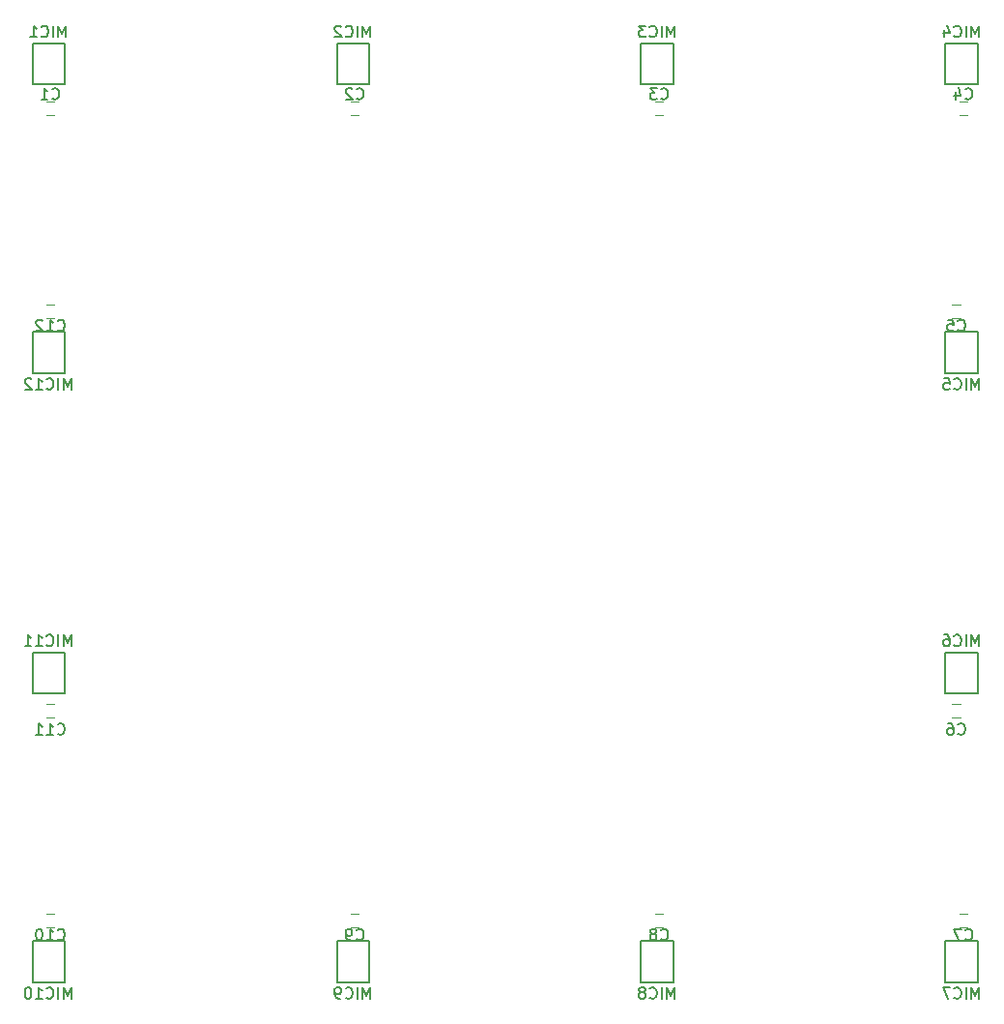
<source format=gbo>
G04 #@! TF.FileFunction,Legend,Bot*
%FSLAX46Y46*%
G04 Gerber Fmt 4.6, Leading zero omitted, Abs format (unit mm)*
G04 Created by KiCad (PCBNEW 4.0.7) date 12/17/17 16:59:44*
%MOMM*%
%LPD*%
G01*
G04 APERTURE LIST*
%ADD10C,0.100000*%
%ADD11C,0.150000*%
%ADD12C,0.120000*%
G04 APERTURE END LIST*
D10*
D11*
X11400000Y-34170000D02*
X8600000Y-34170000D01*
X8600000Y-34170000D02*
X8600000Y-37770000D01*
X8600000Y-37770000D02*
X11400000Y-37770000D01*
X11400000Y-37770000D02*
X11400000Y-34170000D01*
X8600000Y-65830000D02*
X11400000Y-65830000D01*
X11400000Y-65830000D02*
X11400000Y-62230000D01*
X11400000Y-62230000D02*
X8600000Y-62230000D01*
X8600000Y-62230000D02*
X8600000Y-65830000D01*
X11400000Y-87500000D02*
X8600000Y-87500000D01*
X8600000Y-87500000D02*
X8600000Y-91100000D01*
X8600000Y-91100000D02*
X11400000Y-91100000D01*
X11400000Y-91100000D02*
X11400000Y-87500000D01*
X38070000Y-87500000D02*
X35270000Y-87500000D01*
X35270000Y-87500000D02*
X35270000Y-91100000D01*
X35270000Y-91100000D02*
X38070000Y-91100000D01*
X38070000Y-91100000D02*
X38070000Y-87500000D01*
X64730000Y-87500000D02*
X61930000Y-87500000D01*
X61930000Y-87500000D02*
X61930000Y-91100000D01*
X61930000Y-91100000D02*
X64730000Y-91100000D01*
X64730000Y-91100000D02*
X64730000Y-87500000D01*
X91400000Y-87500000D02*
X88600000Y-87500000D01*
X88600000Y-87500000D02*
X88600000Y-91100000D01*
X88600000Y-91100000D02*
X91400000Y-91100000D01*
X91400000Y-91100000D02*
X91400000Y-87500000D01*
X88600000Y-65830000D02*
X91400000Y-65830000D01*
X91400000Y-65830000D02*
X91400000Y-62230000D01*
X91400000Y-62230000D02*
X88600000Y-62230000D01*
X88600000Y-62230000D02*
X88600000Y-65830000D01*
X91400000Y-34170000D02*
X88600000Y-34170000D01*
X88600000Y-34170000D02*
X88600000Y-37770000D01*
X88600000Y-37770000D02*
X91400000Y-37770000D01*
X91400000Y-37770000D02*
X91400000Y-34170000D01*
X88600000Y-12500000D02*
X91400000Y-12500000D01*
X91400000Y-12500000D02*
X91400000Y-8900000D01*
X91400000Y-8900000D02*
X88600000Y-8900000D01*
X88600000Y-8900000D02*
X88600000Y-12500000D01*
X61930000Y-12500000D02*
X64730000Y-12500000D01*
X64730000Y-12500000D02*
X64730000Y-8900000D01*
X64730000Y-8900000D02*
X61930000Y-8900000D01*
X61930000Y-8900000D02*
X61930000Y-12500000D01*
X35270000Y-12500000D02*
X38070000Y-12500000D01*
X38070000Y-12500000D02*
X38070000Y-8900000D01*
X38070000Y-8900000D02*
X35270000Y-8900000D01*
X35270000Y-8900000D02*
X35270000Y-12500000D01*
X8600000Y-12500000D02*
X11400000Y-12500000D01*
X11400000Y-12500000D02*
X11400000Y-8900000D01*
X11400000Y-8900000D02*
X8600000Y-8900000D01*
X8600000Y-8900000D02*
X8600000Y-12500000D01*
D12*
X9810000Y-32985000D02*
X10510000Y-32985000D01*
X10510000Y-31785000D02*
X9810000Y-31785000D01*
X10510000Y-66710000D02*
X9810000Y-66710000D01*
X9810000Y-67910000D02*
X10510000Y-67910000D01*
X9810000Y-86325000D02*
X10510000Y-86325000D01*
X10510000Y-85125000D02*
X9810000Y-85125000D01*
X36480000Y-86325000D02*
X37180000Y-86325000D01*
X37180000Y-85125000D02*
X36480000Y-85125000D01*
X63150000Y-86325000D02*
X63850000Y-86325000D01*
X63850000Y-85125000D02*
X63150000Y-85125000D01*
X89820000Y-86325000D02*
X90520000Y-86325000D01*
X90520000Y-85125000D02*
X89820000Y-85125000D01*
X89885000Y-66710000D02*
X89185000Y-66710000D01*
X89185000Y-67910000D02*
X89885000Y-67910000D01*
X89185000Y-32985000D02*
X89885000Y-32985000D01*
X89885000Y-31785000D02*
X89185000Y-31785000D01*
X90520000Y-14005000D02*
X89820000Y-14005000D01*
X89820000Y-15205000D02*
X90520000Y-15205000D01*
X63850000Y-14005000D02*
X63150000Y-14005000D01*
X63150000Y-15205000D02*
X63850000Y-15205000D01*
X37180000Y-14005000D02*
X36480000Y-14005000D01*
X36480000Y-15205000D02*
X37180000Y-15205000D01*
X10510000Y-14005000D02*
X9810000Y-14005000D01*
X9810000Y-15205000D02*
X10510000Y-15205000D01*
D11*
X12023809Y-39222381D02*
X12023809Y-38222381D01*
X11690475Y-38936667D01*
X11357142Y-38222381D01*
X11357142Y-39222381D01*
X10880952Y-39222381D02*
X10880952Y-38222381D01*
X9833333Y-39127143D02*
X9880952Y-39174762D01*
X10023809Y-39222381D01*
X10119047Y-39222381D01*
X10261905Y-39174762D01*
X10357143Y-39079524D01*
X10404762Y-38984286D01*
X10452381Y-38793810D01*
X10452381Y-38650952D01*
X10404762Y-38460476D01*
X10357143Y-38365238D01*
X10261905Y-38270000D01*
X10119047Y-38222381D01*
X10023809Y-38222381D01*
X9880952Y-38270000D01*
X9833333Y-38317619D01*
X8880952Y-39222381D02*
X9452381Y-39222381D01*
X9166667Y-39222381D02*
X9166667Y-38222381D01*
X9261905Y-38365238D01*
X9357143Y-38460476D01*
X9452381Y-38508095D01*
X8500000Y-38317619D02*
X8452381Y-38270000D01*
X8357143Y-38222381D01*
X8119047Y-38222381D01*
X8023809Y-38270000D01*
X7976190Y-38317619D01*
X7928571Y-38412857D01*
X7928571Y-38508095D01*
X7976190Y-38650952D01*
X8547619Y-39222381D01*
X7928571Y-39222381D01*
X12023809Y-61682381D02*
X12023809Y-60682381D01*
X11690475Y-61396667D01*
X11357142Y-60682381D01*
X11357142Y-61682381D01*
X10880952Y-61682381D02*
X10880952Y-60682381D01*
X9833333Y-61587143D02*
X9880952Y-61634762D01*
X10023809Y-61682381D01*
X10119047Y-61682381D01*
X10261905Y-61634762D01*
X10357143Y-61539524D01*
X10404762Y-61444286D01*
X10452381Y-61253810D01*
X10452381Y-61110952D01*
X10404762Y-60920476D01*
X10357143Y-60825238D01*
X10261905Y-60730000D01*
X10119047Y-60682381D01*
X10023809Y-60682381D01*
X9880952Y-60730000D01*
X9833333Y-60777619D01*
X8880952Y-61682381D02*
X9452381Y-61682381D01*
X9166667Y-61682381D02*
X9166667Y-60682381D01*
X9261905Y-60825238D01*
X9357143Y-60920476D01*
X9452381Y-60968095D01*
X7928571Y-61682381D02*
X8500000Y-61682381D01*
X8214286Y-61682381D02*
X8214286Y-60682381D01*
X8309524Y-60825238D01*
X8404762Y-60920476D01*
X8500000Y-60968095D01*
X12023809Y-92552381D02*
X12023809Y-91552381D01*
X11690475Y-92266667D01*
X11357142Y-91552381D01*
X11357142Y-92552381D01*
X10880952Y-92552381D02*
X10880952Y-91552381D01*
X9833333Y-92457143D02*
X9880952Y-92504762D01*
X10023809Y-92552381D01*
X10119047Y-92552381D01*
X10261905Y-92504762D01*
X10357143Y-92409524D01*
X10404762Y-92314286D01*
X10452381Y-92123810D01*
X10452381Y-91980952D01*
X10404762Y-91790476D01*
X10357143Y-91695238D01*
X10261905Y-91600000D01*
X10119047Y-91552381D01*
X10023809Y-91552381D01*
X9880952Y-91600000D01*
X9833333Y-91647619D01*
X8880952Y-92552381D02*
X9452381Y-92552381D01*
X9166667Y-92552381D02*
X9166667Y-91552381D01*
X9261905Y-91695238D01*
X9357143Y-91790476D01*
X9452381Y-91838095D01*
X8261905Y-91552381D02*
X8166666Y-91552381D01*
X8071428Y-91600000D01*
X8023809Y-91647619D01*
X7976190Y-91742857D01*
X7928571Y-91933333D01*
X7928571Y-92171429D01*
X7976190Y-92361905D01*
X8023809Y-92457143D01*
X8071428Y-92504762D01*
X8166666Y-92552381D01*
X8261905Y-92552381D01*
X8357143Y-92504762D01*
X8404762Y-92457143D01*
X8452381Y-92361905D01*
X8500000Y-92171429D01*
X8500000Y-91933333D01*
X8452381Y-91742857D01*
X8404762Y-91647619D01*
X8357143Y-91600000D01*
X8261905Y-91552381D01*
X38217619Y-92552381D02*
X38217619Y-91552381D01*
X37884285Y-92266667D01*
X37550952Y-91552381D01*
X37550952Y-92552381D01*
X37074762Y-92552381D02*
X37074762Y-91552381D01*
X36027143Y-92457143D02*
X36074762Y-92504762D01*
X36217619Y-92552381D01*
X36312857Y-92552381D01*
X36455715Y-92504762D01*
X36550953Y-92409524D01*
X36598572Y-92314286D01*
X36646191Y-92123810D01*
X36646191Y-91980952D01*
X36598572Y-91790476D01*
X36550953Y-91695238D01*
X36455715Y-91600000D01*
X36312857Y-91552381D01*
X36217619Y-91552381D01*
X36074762Y-91600000D01*
X36027143Y-91647619D01*
X35550953Y-92552381D02*
X35360477Y-92552381D01*
X35265238Y-92504762D01*
X35217619Y-92457143D01*
X35122381Y-92314286D01*
X35074762Y-92123810D01*
X35074762Y-91742857D01*
X35122381Y-91647619D01*
X35170000Y-91600000D01*
X35265238Y-91552381D01*
X35455715Y-91552381D01*
X35550953Y-91600000D01*
X35598572Y-91647619D01*
X35646191Y-91742857D01*
X35646191Y-91980952D01*
X35598572Y-92076190D01*
X35550953Y-92123810D01*
X35455715Y-92171429D01*
X35265238Y-92171429D01*
X35170000Y-92123810D01*
X35122381Y-92076190D01*
X35074762Y-91980952D01*
X64877619Y-92552381D02*
X64877619Y-91552381D01*
X64544285Y-92266667D01*
X64210952Y-91552381D01*
X64210952Y-92552381D01*
X63734762Y-92552381D02*
X63734762Y-91552381D01*
X62687143Y-92457143D02*
X62734762Y-92504762D01*
X62877619Y-92552381D01*
X62972857Y-92552381D01*
X63115715Y-92504762D01*
X63210953Y-92409524D01*
X63258572Y-92314286D01*
X63306191Y-92123810D01*
X63306191Y-91980952D01*
X63258572Y-91790476D01*
X63210953Y-91695238D01*
X63115715Y-91600000D01*
X62972857Y-91552381D01*
X62877619Y-91552381D01*
X62734762Y-91600000D01*
X62687143Y-91647619D01*
X62115715Y-91980952D02*
X62210953Y-91933333D01*
X62258572Y-91885714D01*
X62306191Y-91790476D01*
X62306191Y-91742857D01*
X62258572Y-91647619D01*
X62210953Y-91600000D01*
X62115715Y-91552381D01*
X61925238Y-91552381D01*
X61830000Y-91600000D01*
X61782381Y-91647619D01*
X61734762Y-91742857D01*
X61734762Y-91790476D01*
X61782381Y-91885714D01*
X61830000Y-91933333D01*
X61925238Y-91980952D01*
X62115715Y-91980952D01*
X62210953Y-92028571D01*
X62258572Y-92076190D01*
X62306191Y-92171429D01*
X62306191Y-92361905D01*
X62258572Y-92457143D01*
X62210953Y-92504762D01*
X62115715Y-92552381D01*
X61925238Y-92552381D01*
X61830000Y-92504762D01*
X61782381Y-92457143D01*
X61734762Y-92361905D01*
X61734762Y-92171429D01*
X61782381Y-92076190D01*
X61830000Y-92028571D01*
X61925238Y-91980952D01*
X91547619Y-92552381D02*
X91547619Y-91552381D01*
X91214285Y-92266667D01*
X90880952Y-91552381D01*
X90880952Y-92552381D01*
X90404762Y-92552381D02*
X90404762Y-91552381D01*
X89357143Y-92457143D02*
X89404762Y-92504762D01*
X89547619Y-92552381D01*
X89642857Y-92552381D01*
X89785715Y-92504762D01*
X89880953Y-92409524D01*
X89928572Y-92314286D01*
X89976191Y-92123810D01*
X89976191Y-91980952D01*
X89928572Y-91790476D01*
X89880953Y-91695238D01*
X89785715Y-91600000D01*
X89642857Y-91552381D01*
X89547619Y-91552381D01*
X89404762Y-91600000D01*
X89357143Y-91647619D01*
X89023810Y-91552381D02*
X88357143Y-91552381D01*
X88785715Y-92552381D01*
X91547619Y-61682381D02*
X91547619Y-60682381D01*
X91214285Y-61396667D01*
X90880952Y-60682381D01*
X90880952Y-61682381D01*
X90404762Y-61682381D02*
X90404762Y-60682381D01*
X89357143Y-61587143D02*
X89404762Y-61634762D01*
X89547619Y-61682381D01*
X89642857Y-61682381D01*
X89785715Y-61634762D01*
X89880953Y-61539524D01*
X89928572Y-61444286D01*
X89976191Y-61253810D01*
X89976191Y-61110952D01*
X89928572Y-60920476D01*
X89880953Y-60825238D01*
X89785715Y-60730000D01*
X89642857Y-60682381D01*
X89547619Y-60682381D01*
X89404762Y-60730000D01*
X89357143Y-60777619D01*
X88500000Y-60682381D02*
X88690477Y-60682381D01*
X88785715Y-60730000D01*
X88833334Y-60777619D01*
X88928572Y-60920476D01*
X88976191Y-61110952D01*
X88976191Y-61491905D01*
X88928572Y-61587143D01*
X88880953Y-61634762D01*
X88785715Y-61682381D01*
X88595238Y-61682381D01*
X88500000Y-61634762D01*
X88452381Y-61587143D01*
X88404762Y-61491905D01*
X88404762Y-61253810D01*
X88452381Y-61158571D01*
X88500000Y-61110952D01*
X88595238Y-61063333D01*
X88785715Y-61063333D01*
X88880953Y-61110952D01*
X88928572Y-61158571D01*
X88976191Y-61253810D01*
X91547619Y-39222381D02*
X91547619Y-38222381D01*
X91214285Y-38936667D01*
X90880952Y-38222381D01*
X90880952Y-39222381D01*
X90404762Y-39222381D02*
X90404762Y-38222381D01*
X89357143Y-39127143D02*
X89404762Y-39174762D01*
X89547619Y-39222381D01*
X89642857Y-39222381D01*
X89785715Y-39174762D01*
X89880953Y-39079524D01*
X89928572Y-38984286D01*
X89976191Y-38793810D01*
X89976191Y-38650952D01*
X89928572Y-38460476D01*
X89880953Y-38365238D01*
X89785715Y-38270000D01*
X89642857Y-38222381D01*
X89547619Y-38222381D01*
X89404762Y-38270000D01*
X89357143Y-38317619D01*
X88452381Y-38222381D02*
X88928572Y-38222381D01*
X88976191Y-38698571D01*
X88928572Y-38650952D01*
X88833334Y-38603333D01*
X88595238Y-38603333D01*
X88500000Y-38650952D01*
X88452381Y-38698571D01*
X88404762Y-38793810D01*
X88404762Y-39031905D01*
X88452381Y-39127143D01*
X88500000Y-39174762D01*
X88595238Y-39222381D01*
X88833334Y-39222381D01*
X88928572Y-39174762D01*
X88976191Y-39127143D01*
X91547619Y-8352381D02*
X91547619Y-7352381D01*
X91214285Y-8066667D01*
X90880952Y-7352381D01*
X90880952Y-8352381D01*
X90404762Y-8352381D02*
X90404762Y-7352381D01*
X89357143Y-8257143D02*
X89404762Y-8304762D01*
X89547619Y-8352381D01*
X89642857Y-8352381D01*
X89785715Y-8304762D01*
X89880953Y-8209524D01*
X89928572Y-8114286D01*
X89976191Y-7923810D01*
X89976191Y-7780952D01*
X89928572Y-7590476D01*
X89880953Y-7495238D01*
X89785715Y-7400000D01*
X89642857Y-7352381D01*
X89547619Y-7352381D01*
X89404762Y-7400000D01*
X89357143Y-7447619D01*
X88500000Y-7685714D02*
X88500000Y-8352381D01*
X88738096Y-7304762D02*
X88976191Y-8019048D01*
X88357143Y-8019048D01*
X64877619Y-8352381D02*
X64877619Y-7352381D01*
X64544285Y-8066667D01*
X64210952Y-7352381D01*
X64210952Y-8352381D01*
X63734762Y-8352381D02*
X63734762Y-7352381D01*
X62687143Y-8257143D02*
X62734762Y-8304762D01*
X62877619Y-8352381D01*
X62972857Y-8352381D01*
X63115715Y-8304762D01*
X63210953Y-8209524D01*
X63258572Y-8114286D01*
X63306191Y-7923810D01*
X63306191Y-7780952D01*
X63258572Y-7590476D01*
X63210953Y-7495238D01*
X63115715Y-7400000D01*
X62972857Y-7352381D01*
X62877619Y-7352381D01*
X62734762Y-7400000D01*
X62687143Y-7447619D01*
X62353810Y-7352381D02*
X61734762Y-7352381D01*
X62068096Y-7733333D01*
X61925238Y-7733333D01*
X61830000Y-7780952D01*
X61782381Y-7828571D01*
X61734762Y-7923810D01*
X61734762Y-8161905D01*
X61782381Y-8257143D01*
X61830000Y-8304762D01*
X61925238Y-8352381D01*
X62210953Y-8352381D01*
X62306191Y-8304762D01*
X62353810Y-8257143D01*
X38217619Y-8352381D02*
X38217619Y-7352381D01*
X37884285Y-8066667D01*
X37550952Y-7352381D01*
X37550952Y-8352381D01*
X37074762Y-8352381D02*
X37074762Y-7352381D01*
X36027143Y-8257143D02*
X36074762Y-8304762D01*
X36217619Y-8352381D01*
X36312857Y-8352381D01*
X36455715Y-8304762D01*
X36550953Y-8209524D01*
X36598572Y-8114286D01*
X36646191Y-7923810D01*
X36646191Y-7780952D01*
X36598572Y-7590476D01*
X36550953Y-7495238D01*
X36455715Y-7400000D01*
X36312857Y-7352381D01*
X36217619Y-7352381D01*
X36074762Y-7400000D01*
X36027143Y-7447619D01*
X35646191Y-7447619D02*
X35598572Y-7400000D01*
X35503334Y-7352381D01*
X35265238Y-7352381D01*
X35170000Y-7400000D01*
X35122381Y-7447619D01*
X35074762Y-7542857D01*
X35074762Y-7638095D01*
X35122381Y-7780952D01*
X35693810Y-8352381D01*
X35074762Y-8352381D01*
X11547619Y-8352381D02*
X11547619Y-7352381D01*
X11214285Y-8066667D01*
X10880952Y-7352381D01*
X10880952Y-8352381D01*
X10404762Y-8352381D02*
X10404762Y-7352381D01*
X9357143Y-8257143D02*
X9404762Y-8304762D01*
X9547619Y-8352381D01*
X9642857Y-8352381D01*
X9785715Y-8304762D01*
X9880953Y-8209524D01*
X9928572Y-8114286D01*
X9976191Y-7923810D01*
X9976191Y-7780952D01*
X9928572Y-7590476D01*
X9880953Y-7495238D01*
X9785715Y-7400000D01*
X9642857Y-7352381D01*
X9547619Y-7352381D01*
X9404762Y-7400000D01*
X9357143Y-7447619D01*
X8404762Y-8352381D02*
X8976191Y-8352381D01*
X8690477Y-8352381D02*
X8690477Y-7352381D01*
X8785715Y-7495238D01*
X8880953Y-7590476D01*
X8976191Y-7638095D01*
X10802857Y-33992143D02*
X10850476Y-34039762D01*
X10993333Y-34087381D01*
X11088571Y-34087381D01*
X11231429Y-34039762D01*
X11326667Y-33944524D01*
X11374286Y-33849286D01*
X11421905Y-33658810D01*
X11421905Y-33515952D01*
X11374286Y-33325476D01*
X11326667Y-33230238D01*
X11231429Y-33135000D01*
X11088571Y-33087381D01*
X10993333Y-33087381D01*
X10850476Y-33135000D01*
X10802857Y-33182619D01*
X9850476Y-34087381D02*
X10421905Y-34087381D01*
X10136191Y-34087381D02*
X10136191Y-33087381D01*
X10231429Y-33230238D01*
X10326667Y-33325476D01*
X10421905Y-33373095D01*
X9469524Y-33182619D02*
X9421905Y-33135000D01*
X9326667Y-33087381D01*
X9088571Y-33087381D01*
X8993333Y-33135000D01*
X8945714Y-33182619D01*
X8898095Y-33277857D01*
X8898095Y-33373095D01*
X8945714Y-33515952D01*
X9517143Y-34087381D01*
X8898095Y-34087381D01*
X10802857Y-69357143D02*
X10850476Y-69404762D01*
X10993333Y-69452381D01*
X11088571Y-69452381D01*
X11231429Y-69404762D01*
X11326667Y-69309524D01*
X11374286Y-69214286D01*
X11421905Y-69023810D01*
X11421905Y-68880952D01*
X11374286Y-68690476D01*
X11326667Y-68595238D01*
X11231429Y-68500000D01*
X11088571Y-68452381D01*
X10993333Y-68452381D01*
X10850476Y-68500000D01*
X10802857Y-68547619D01*
X9850476Y-69452381D02*
X10421905Y-69452381D01*
X10136191Y-69452381D02*
X10136191Y-68452381D01*
X10231429Y-68595238D01*
X10326667Y-68690476D01*
X10421905Y-68738095D01*
X8898095Y-69452381D02*
X9469524Y-69452381D01*
X9183810Y-69452381D02*
X9183810Y-68452381D01*
X9279048Y-68595238D01*
X9374286Y-68690476D01*
X9469524Y-68738095D01*
X10802857Y-87332143D02*
X10850476Y-87379762D01*
X10993333Y-87427381D01*
X11088571Y-87427381D01*
X11231429Y-87379762D01*
X11326667Y-87284524D01*
X11374286Y-87189286D01*
X11421905Y-86998810D01*
X11421905Y-86855952D01*
X11374286Y-86665476D01*
X11326667Y-86570238D01*
X11231429Y-86475000D01*
X11088571Y-86427381D01*
X10993333Y-86427381D01*
X10850476Y-86475000D01*
X10802857Y-86522619D01*
X9850476Y-87427381D02*
X10421905Y-87427381D01*
X10136191Y-87427381D02*
X10136191Y-86427381D01*
X10231429Y-86570238D01*
X10326667Y-86665476D01*
X10421905Y-86713095D01*
X9231429Y-86427381D02*
X9136190Y-86427381D01*
X9040952Y-86475000D01*
X8993333Y-86522619D01*
X8945714Y-86617857D01*
X8898095Y-86808333D01*
X8898095Y-87046429D01*
X8945714Y-87236905D01*
X8993333Y-87332143D01*
X9040952Y-87379762D01*
X9136190Y-87427381D01*
X9231429Y-87427381D01*
X9326667Y-87379762D01*
X9374286Y-87332143D01*
X9421905Y-87236905D01*
X9469524Y-87046429D01*
X9469524Y-86808333D01*
X9421905Y-86617857D01*
X9374286Y-86522619D01*
X9326667Y-86475000D01*
X9231429Y-86427381D01*
X36996666Y-87332143D02*
X37044285Y-87379762D01*
X37187142Y-87427381D01*
X37282380Y-87427381D01*
X37425238Y-87379762D01*
X37520476Y-87284524D01*
X37568095Y-87189286D01*
X37615714Y-86998810D01*
X37615714Y-86855952D01*
X37568095Y-86665476D01*
X37520476Y-86570238D01*
X37425238Y-86475000D01*
X37282380Y-86427381D01*
X37187142Y-86427381D01*
X37044285Y-86475000D01*
X36996666Y-86522619D01*
X36520476Y-87427381D02*
X36330000Y-87427381D01*
X36234761Y-87379762D01*
X36187142Y-87332143D01*
X36091904Y-87189286D01*
X36044285Y-86998810D01*
X36044285Y-86617857D01*
X36091904Y-86522619D01*
X36139523Y-86475000D01*
X36234761Y-86427381D01*
X36425238Y-86427381D01*
X36520476Y-86475000D01*
X36568095Y-86522619D01*
X36615714Y-86617857D01*
X36615714Y-86855952D01*
X36568095Y-86951190D01*
X36520476Y-86998810D01*
X36425238Y-87046429D01*
X36234761Y-87046429D01*
X36139523Y-86998810D01*
X36091904Y-86951190D01*
X36044285Y-86855952D01*
X63666666Y-87332143D02*
X63714285Y-87379762D01*
X63857142Y-87427381D01*
X63952380Y-87427381D01*
X64095238Y-87379762D01*
X64190476Y-87284524D01*
X64238095Y-87189286D01*
X64285714Y-86998810D01*
X64285714Y-86855952D01*
X64238095Y-86665476D01*
X64190476Y-86570238D01*
X64095238Y-86475000D01*
X63952380Y-86427381D01*
X63857142Y-86427381D01*
X63714285Y-86475000D01*
X63666666Y-86522619D01*
X63095238Y-86855952D02*
X63190476Y-86808333D01*
X63238095Y-86760714D01*
X63285714Y-86665476D01*
X63285714Y-86617857D01*
X63238095Y-86522619D01*
X63190476Y-86475000D01*
X63095238Y-86427381D01*
X62904761Y-86427381D01*
X62809523Y-86475000D01*
X62761904Y-86522619D01*
X62714285Y-86617857D01*
X62714285Y-86665476D01*
X62761904Y-86760714D01*
X62809523Y-86808333D01*
X62904761Y-86855952D01*
X63095238Y-86855952D01*
X63190476Y-86903571D01*
X63238095Y-86951190D01*
X63285714Y-87046429D01*
X63285714Y-87236905D01*
X63238095Y-87332143D01*
X63190476Y-87379762D01*
X63095238Y-87427381D01*
X62904761Y-87427381D01*
X62809523Y-87379762D01*
X62761904Y-87332143D01*
X62714285Y-87236905D01*
X62714285Y-87046429D01*
X62761904Y-86951190D01*
X62809523Y-86903571D01*
X62904761Y-86855952D01*
X90336666Y-87332143D02*
X90384285Y-87379762D01*
X90527142Y-87427381D01*
X90622380Y-87427381D01*
X90765238Y-87379762D01*
X90860476Y-87284524D01*
X90908095Y-87189286D01*
X90955714Y-86998810D01*
X90955714Y-86855952D01*
X90908095Y-86665476D01*
X90860476Y-86570238D01*
X90765238Y-86475000D01*
X90622380Y-86427381D01*
X90527142Y-86427381D01*
X90384285Y-86475000D01*
X90336666Y-86522619D01*
X90003333Y-86427381D02*
X89336666Y-86427381D01*
X89765238Y-87427381D01*
X89701666Y-69357143D02*
X89749285Y-69404762D01*
X89892142Y-69452381D01*
X89987380Y-69452381D01*
X90130238Y-69404762D01*
X90225476Y-69309524D01*
X90273095Y-69214286D01*
X90320714Y-69023810D01*
X90320714Y-68880952D01*
X90273095Y-68690476D01*
X90225476Y-68595238D01*
X90130238Y-68500000D01*
X89987380Y-68452381D01*
X89892142Y-68452381D01*
X89749285Y-68500000D01*
X89701666Y-68547619D01*
X88844523Y-68452381D02*
X89035000Y-68452381D01*
X89130238Y-68500000D01*
X89177857Y-68547619D01*
X89273095Y-68690476D01*
X89320714Y-68880952D01*
X89320714Y-69261905D01*
X89273095Y-69357143D01*
X89225476Y-69404762D01*
X89130238Y-69452381D01*
X88939761Y-69452381D01*
X88844523Y-69404762D01*
X88796904Y-69357143D01*
X88749285Y-69261905D01*
X88749285Y-69023810D01*
X88796904Y-68928571D01*
X88844523Y-68880952D01*
X88939761Y-68833333D01*
X89130238Y-68833333D01*
X89225476Y-68880952D01*
X89273095Y-68928571D01*
X89320714Y-69023810D01*
X89701666Y-33992143D02*
X89749285Y-34039762D01*
X89892142Y-34087381D01*
X89987380Y-34087381D01*
X90130238Y-34039762D01*
X90225476Y-33944524D01*
X90273095Y-33849286D01*
X90320714Y-33658810D01*
X90320714Y-33515952D01*
X90273095Y-33325476D01*
X90225476Y-33230238D01*
X90130238Y-33135000D01*
X89987380Y-33087381D01*
X89892142Y-33087381D01*
X89749285Y-33135000D01*
X89701666Y-33182619D01*
X88796904Y-33087381D02*
X89273095Y-33087381D01*
X89320714Y-33563571D01*
X89273095Y-33515952D01*
X89177857Y-33468333D01*
X88939761Y-33468333D01*
X88844523Y-33515952D01*
X88796904Y-33563571D01*
X88749285Y-33658810D01*
X88749285Y-33896905D01*
X88796904Y-33992143D01*
X88844523Y-34039762D01*
X88939761Y-34087381D01*
X89177857Y-34087381D01*
X89273095Y-34039762D01*
X89320714Y-33992143D01*
X90336666Y-13712143D02*
X90384285Y-13759762D01*
X90527142Y-13807381D01*
X90622380Y-13807381D01*
X90765238Y-13759762D01*
X90860476Y-13664524D01*
X90908095Y-13569286D01*
X90955714Y-13378810D01*
X90955714Y-13235952D01*
X90908095Y-13045476D01*
X90860476Y-12950238D01*
X90765238Y-12855000D01*
X90622380Y-12807381D01*
X90527142Y-12807381D01*
X90384285Y-12855000D01*
X90336666Y-12902619D01*
X89479523Y-13140714D02*
X89479523Y-13807381D01*
X89717619Y-12759762D02*
X89955714Y-13474048D01*
X89336666Y-13474048D01*
X63666666Y-13712143D02*
X63714285Y-13759762D01*
X63857142Y-13807381D01*
X63952380Y-13807381D01*
X64095238Y-13759762D01*
X64190476Y-13664524D01*
X64238095Y-13569286D01*
X64285714Y-13378810D01*
X64285714Y-13235952D01*
X64238095Y-13045476D01*
X64190476Y-12950238D01*
X64095238Y-12855000D01*
X63952380Y-12807381D01*
X63857142Y-12807381D01*
X63714285Y-12855000D01*
X63666666Y-12902619D01*
X63333333Y-12807381D02*
X62714285Y-12807381D01*
X63047619Y-13188333D01*
X62904761Y-13188333D01*
X62809523Y-13235952D01*
X62761904Y-13283571D01*
X62714285Y-13378810D01*
X62714285Y-13616905D01*
X62761904Y-13712143D01*
X62809523Y-13759762D01*
X62904761Y-13807381D01*
X63190476Y-13807381D01*
X63285714Y-13759762D01*
X63333333Y-13712143D01*
X36996666Y-13712143D02*
X37044285Y-13759762D01*
X37187142Y-13807381D01*
X37282380Y-13807381D01*
X37425238Y-13759762D01*
X37520476Y-13664524D01*
X37568095Y-13569286D01*
X37615714Y-13378810D01*
X37615714Y-13235952D01*
X37568095Y-13045476D01*
X37520476Y-12950238D01*
X37425238Y-12855000D01*
X37282380Y-12807381D01*
X37187142Y-12807381D01*
X37044285Y-12855000D01*
X36996666Y-12902619D01*
X36615714Y-12902619D02*
X36568095Y-12855000D01*
X36472857Y-12807381D01*
X36234761Y-12807381D01*
X36139523Y-12855000D01*
X36091904Y-12902619D01*
X36044285Y-12997857D01*
X36044285Y-13093095D01*
X36091904Y-13235952D01*
X36663333Y-13807381D01*
X36044285Y-13807381D01*
X10326666Y-13712143D02*
X10374285Y-13759762D01*
X10517142Y-13807381D01*
X10612380Y-13807381D01*
X10755238Y-13759762D01*
X10850476Y-13664524D01*
X10898095Y-13569286D01*
X10945714Y-13378810D01*
X10945714Y-13235952D01*
X10898095Y-13045476D01*
X10850476Y-12950238D01*
X10755238Y-12855000D01*
X10612380Y-12807381D01*
X10517142Y-12807381D01*
X10374285Y-12855000D01*
X10326666Y-12902619D01*
X9374285Y-13807381D02*
X9945714Y-13807381D01*
X9660000Y-13807381D02*
X9660000Y-12807381D01*
X9755238Y-12950238D01*
X9850476Y-13045476D01*
X9945714Y-13093095D01*
M02*

</source>
